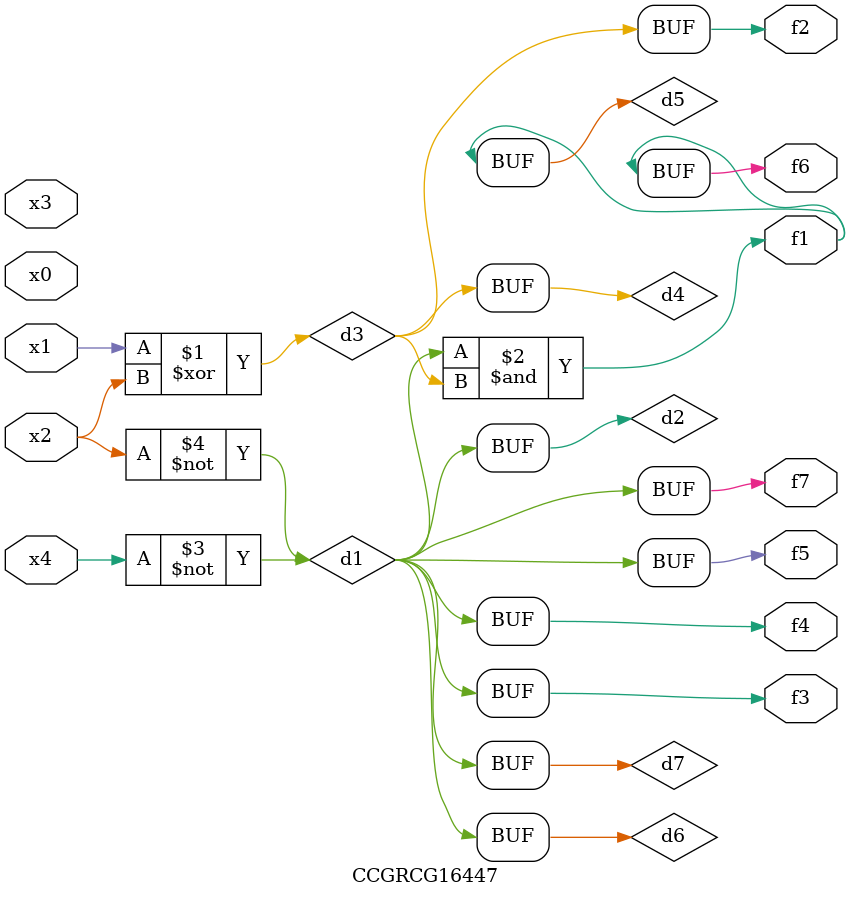
<source format=v>
module CCGRCG16447(
	input x0, x1, x2, x3, x4,
	output f1, f2, f3, f4, f5, f6, f7
);

	wire d1, d2, d3, d4, d5, d6, d7;

	not (d1, x4);
	not (d2, x2);
	xor (d3, x1, x2);
	buf (d4, d3);
	and (d5, d1, d3);
	buf (d6, d1, d2);
	buf (d7, d2);
	assign f1 = d5;
	assign f2 = d4;
	assign f3 = d7;
	assign f4 = d7;
	assign f5 = d7;
	assign f6 = d5;
	assign f7 = d7;
endmodule

</source>
